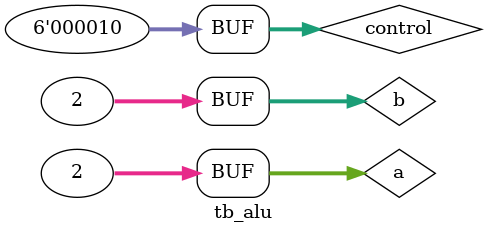
<source format=sv>
module tb_alu();

logic[31:0] a;
logic[31:0] b;
logic[5:0] control;

logic[31:0] salida;

alu#(32)  UUT(a,b,control,salida);

initial begin
	a = 2;
	b = 2;
	control = 1;
	
	#5
	a = 5;
	b = 2;
	control = 2;
	
	#5
	a = 2;
	b = 4;
	control = 2;
	
	#5
	a = 2;
	b = 2;
	control = 2;

end

endmodule
</source>
